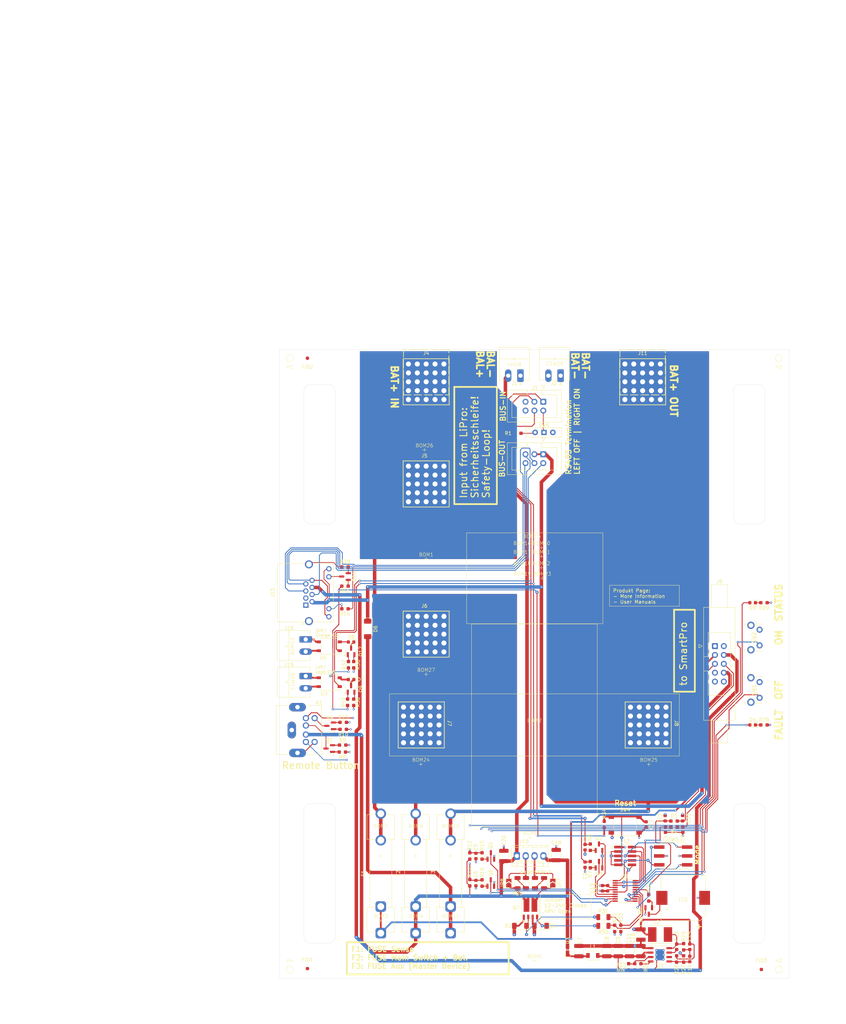
<source format=kicad_pcb>
(kicad_pcb
	(version 20241229)
	(generator "pcbnew")
	(generator_version "9.0")
	(general
		(thickness 1.627)
		(legacy_teardrops no)
	)
	(paper "A3" portrait)
	(layers
		(0 "F.Cu" signal)
		(4 "In1.Cu" signal)
		(6 "In2.Cu" signal)
		(8 "In3.Cu" signal)
		(10 "In4.Cu" signal)
		(2 "B.Cu" signal)
		(9 "F.Adhes" user "F.Adhesive")
		(11 "B.Adhes" user "B.Adhesive")
		(13 "F.Paste" user)
		(15 "B.Paste" user)
		(5 "F.SilkS" user "F.Silkscreen")
		(7 "B.SilkS" user "B.Silkscreen")
		(1 "F.Mask" user)
		(3 "B.Mask" user)
		(17 "Dwgs.User" user "User.Drawings")
		(19 "Cmts.User" user "User.Comments")
		(21 "Eco1.User" user "User.Eco1")
		(23 "Eco2.User" user "User.Eco2")
		(25 "Edge.Cuts" user)
		(27 "Margin" user)
		(31 "F.CrtYd" user "F.Courtyard")
		(29 "B.CrtYd" user "B.Courtyard")
		(35 "F.Fab" user)
		(33 "B.Fab" user)
		(39 "User.1" user)
		(41 "User.2" user)
		(43 "User.3" user)
		(45 "User.4" user)
		(47 "User.5" user)
		(49 "User.6" user)
		(51 "User.7" user)
		(53 "User.8" user)
		(55 "User.9" user)
	)
	(setup
		(stackup
			(layer "F.SilkS"
				(type "Top Silk Screen")
			)
			(layer "F.Paste"
				(type "Top Solder Paste")
			)
			(layer "F.Mask"
				(type "Top Solder Mask")
				(thickness 0.01)
			)
			(layer "F.Cu"
				(type "copper")
				(thickness 0.07)
			)
			(layer "dielectric 1"
				(type "prepreg")
				(thickness 0.1)
				(material "FR4")
				(epsilon_r 4.5)
				(loss_tangent 0.02)
			)
			(layer "In1.Cu"
				(type "copper")
				(thickness 0.07)
			)
			(layer "dielectric 2"
				(type "core")
				(thickness 0.4785)
				(material "FR4")
				(epsilon_r 4.5)
				(loss_tangent 0.02)
			)
			(layer "In2.Cu"
				(type "copper")
				(thickness 0.07)
			)
			(layer "dielectric 3"
				(type "prepreg")
				(thickness 0.1)
				(material "FR4")
				(epsilon_r 4.5)
				(loss_tangent 0.02)
			)
			(layer "In3.Cu"
				(type "copper")
				(thickness 0.035)
			)
			(layer "dielectric 4"
				(type "core")
				(thickness 0.4785)
				(material "FR4")
				(epsilon_r 4.5)
				(loss_tangent 0.02)
			)
			(layer "In4.Cu"
				(type "copper")
				(thickness 0.035)
			)
			(layer "dielectric 5"
				(type "prepreg")
				(thickness 0.1)
				(material "FR4")
				(epsilon_r 4.5)
				(loss_tangent 0.02)
			)
			(layer "B.Cu"
				(type "copper")
				(thickness 0.07)
			)
			(layer "B.Mask"
				(type "Bottom Solder Mask")
				(thickness 0.01)
			)
			(layer "B.Paste"
				(type "Bottom Solder Paste")
			)
			(layer "B.SilkS"
				(type "Bottom Silk Screen")
			)
			(copper_finish "None")
			(dielectric_constraints no)
		)
		(pad_to_mask_clearance 0)
		(allow_soldermask_bridges_in_footprints no)
		(tenting front back)
		(aux_axis_origin 100 120)
		(grid_origin 173 120)
		(pcbplotparams
			(layerselection 0x00000000_00000000_55555555_5755f5ff)
			(plot_on_all_layers_selection 0x00000000_00000000_00000000_00000000)
			(disableapertmacros no)
			(usegerberextensions no)
			(usegerberattributes yes)
			(usegerberadvancedattributes yes)
			(creategerberjobfile yes)
			(dashed_line_dash_ratio 12.000000)
			(dashed_line_gap_ratio 3.000000)
			(svgprecision 4)
			(plotframeref no)
			(mode 1)
			(useauxorigin no)
			(hpglpennumber 1)
			(hpglpenspeed 20)
			(hpglpendiameter 15.000000)
			(pdf_front_fp_property_popups yes)
			(pdf_back_fp_property_popups yes)
			(pdf_metadata yes)
			(pdf_single_document no)
			(dxfpolygonmode yes)
			(dxfimperialunits yes)
			(dxfusepcbnewfont yes)
			(psnegative no)
			(psa4output no)
			(plot_black_and_white yes)
			(plotinvisibletext no)
			(sketchpadsonfab no)
			(plotpadnumbers no)
			(hidednponfab no)
			(sketchdnponfab yes)
			(crossoutdnponfab yes)
			(subtractmaskfromsilk no)
			(outputformat 1)
			(mirror no)
			(drillshape 1)
			(scaleselection 1)
			(outputdirectory "")
		)
	)
	(net 0 "")
	(net 1 "GND")
	(net 2 "Net-(J10-Pin_3)")
	(net 3 "VCC")
	(net 4 "Net-(Q3-B)")
	(net 5 "/RESET")
	(net 6 "/SET")
	(net 7 "/Ub_FUSED")
	(net 8 "Net-(D3-K)")
	(net 9 "Net-(SW5-A)")
	(net 10 "/BMS_OK")
	(net 11 "Net-(U2-VIN)")
	(net 12 "Net-(U2-BST)")
	(net 13 "Net-(U2-SW)")
	(net 14 "Net-(C14-Pad1)")
	(net 15 "Net-(Q4-B)")
	(net 16 "Net-(U2-FB)")
	(net 17 "/B")
	(net 18 "/A")
	(net 19 "Net-(J10-Pin_2)")
	(net 20 "/BTN_ON")
	(net 21 "/BTN_OFF")
	(net 22 "/control/SWCLK")
	(net 23 "Net-(J12-~{RESET})")
	(net 24 "Net-(Q5-B)")
	(net 25 "/control/SWDIO")
	(net 26 "unconnected-(J12-KEY-Pad7)")
	(net 27 "Net-(JP8-A)")
	(net 28 "Net-(Q1-B)")
	(net 29 "/LVP")
	(net 30 "/OVP")
	(net 31 "Net-(Q2-B)")
	(net 32 "Net-(Q6-B)")
	(net 33 "/LED_ERROR")
	(net 34 "/LED_ON")
	(net 35 "Net-(U2-EN{slash}UVLO)")
	(net 36 "Net-(U2-RON)")
	(net 37 "/BMS_OK_PROTECTED")
	(net 38 "/control/R2")
	(net 39 "/control/R1")
	(net 40 "/control/BTN_OFF")
	(net 41 "/control/BTN_ON")
	(net 42 "Net-(BZ1--)")
	(net 43 "Net-(Q8-B)")
	(net 44 "Net-(U1-PA9{slash}PA11)")
	(net 45 "Net-(U1-PC14)")
	(net 46 "Net-(U1-PC15)")
	(net 47 "unconnected-(U2-PGOOD-Pad6)")
	(net 48 "/~{OC_FAULT}")
	(net 49 "/LVP_IN")
	(net 50 "/OVP_IN")
	(net 51 "Net-(D4-K)")
	(net 52 "Net-(D5-K)")
	(net 53 "/control/RELAIS_RESET")
	(net 54 "/control/RELAIS_SET")
	(net 55 "unconnected-(J3-Pin_5-Pad5)")
	(net 56 "unconnected-(J3-Pin_6-Pad6)")
	(net 57 "Net-(J13-Pad10)")
	(net 58 "Net-(Q14-C)")
	(net 59 "/BAT+_IN")
	(net 60 "Net-(J9-Pin_3)")
	(net 61 "/BAT+_SI")
	(net 62 "/BAT+_OUT")
	(net 63 "unconnected-(J9-Pin_7-Pad7)")
	(net 64 "/B_OUT")
	(net 65 "/A_OUT")
	(net 66 "/GND_OUT")
	(net 67 "/+5V_OUT")
	(net 68 "Net-(D6-A)")
	(net 69 "/~{OC_FAULT_PROTECTED}")
	(net 70 "/VCC_FROM_EASY_SWITCH")
	(net 71 "unconnected-(SW5-C-Pad2)")
	(net 72 "Net-(D7-A)")
	(net 73 "Net-(D8-A)")
	(net 74 "Net-(D6-K)")
	(net 75 "Net-(D7-K)")
	(net 76 "Net-(D8-K)")
	(net 77 "Net-(J15-Pin_2)")
	(net 78 "Net-(J15-Pin_1)")
	(net 79 "Net-(J16-Pin_1)")
	(net 80 "Net-(J16-Pin_2)")
	(net 81 "Net-(Q1-C)")
	(net 82 "Net-(Q4-C)")
	(net 83 "Net-(Q1-E)")
	(net 84 "Net-(Q4-E)")
	(net 85 "Net-(Q9-E)")
	(net 86 "Net-(Q12-E)")
	(net 87 "Net-(Q14-E)")
	(net 88 "Net-(Q9-B)")
	(net 89 "Net-(JP7-A)")
	(net 90 "Net-(R17-Pad1)")
	(net 91 "Net-(R19-Pad2)")
	(net 92 "Net-(Q12-B)")
	(net 93 "Net-(Q14-B)")
	(footprint "Package_SO:SO-4_4.4x4.3mm_P2.54mm" (layer "F.Cu") (at 114.25 215.25 180))
	(footprint "Capacitor_SMD:C_0603_1608Metric" (layer "F.Cu") (at 187.5 267.5 90))
	(footprint "Connector_IDC:IDC-Header_2x03_P2.54mm_Vertical" (layer "F.Cu") (at 175.54 150 -90))
	(footprint "Resistor_SMD:R_0603_1608Metric_Pad0.98x0.95mm_HandSolder" (layer "F.Cu") (at 168.25 144))
	(footprint "Capacitor_SMD:C_0603_1608Metric" (layer "F.Cu") (at 187.5 262.5 90))
	(footprint "LED_SMD:LED_0603_1608Metric" (layer "F.Cu") (at 120.5 203.75 180))
	(footprint "myPackage_SO:HSOP-8-1EP_3.9x4.9mm_P1.27mm_EP2.41x3.1mm_ThermalVias_0.3mm" (layer "F.Cu") (at 208.955 293.3))
	(footprint "Capacitor_SMD:C_0603_1608Metric" (layer "F.Cu") (at 156.25 272.75 90))
	(footprint "Fiducial:Fiducial_1mm_Mask3mm" (layer "F.Cu") (at 108 297.25))
	(footprint "Package_TO_SOT_SMD:SOT-23" (layer "F.Cu") (at 120.5 206.4375 90))
	(footprint "Resistor_SMD:R_1206_3216Metric" (layer "F.Cu") (at 170.57 272.775 -90))
	(footprint "myBOM:BOM_PART_2x2mm" (layer "F.Cu") (at 139 265))
	(footprint "myWürthSHFU:WP-SHFU_7461098_HAL_gewinkelt" (layer "F.Cu") (at 204 129.25))
	(footprint "Resistor_SMD:R_0603_1608Metric_Pad0.98x0.95mm_HandSolder" (layer "F.Cu") (at 197.75 285.75 -90))
	(footprint "Connector_Phoenix_MC:PhoenixContact_MC_1,5_2-G-3.5_1x02_P3.50mm_Horizontal" (layer "F.Cu") (at 169 127.5 180))
	(footprint "Connector_Phoenix_MC:PhoenixContact_MC_1,5_2-G-3.5_1x02_P3.50mm_Horizontal" (layer "F.Cu") (at 107.5 203 -90))
	(footprint "Capacitor_SMD:C_1210_3225Metric" (layer "F.Cu") (at 179.25 264.75 90))
	(footprint "Resistor_SMD:R_1206_3216Metric" (layer "F.Cu") (at 192.75 285 180))
	(footprint "Resistor_SMD:R_0603_1608Metric_Pad0.98x0.95mm_HandSolder" (layer "F.Cu") (at 238.75 192.5))
	(footprint "LED_SMD:LED_0603_1608Metric" (layer "F.Cu") (at 120.5 214.5 180))
	(footprint "Resistor_SMD:R_0603_1608Metric_Pad0.98x0.95mm_HandSolder" (layer "F.Cu") (at 118.75 182.25 180))
	(footprint "Resistor_SMD:R_0603_1608Metric_Pad0.98x0.95mm_HandSolder" (layer "F.Cu") (at 118.25 226.75))
	(footprint "myBOM:BOM_PART_2x2mm" (layer "F.Cu") (at 173 295))
	(footprint "Resistor_SMD:R_0603_1608Metric_Pad0.98x0.95mm_HandSolder" (layer "F.Cu") (at 200 296.75 -90))
	(footprint "Resistor_SMD:R_1206_3216Metric" (layer "F.Cu") (at 175.77 272.775 -90))
	(footprint "Connector_IDC:IDC-Header_2x05_P2.54mm_Latch6.5mm_Vertical" (layer "F.Cu") (at 224.71 204.92))
	(footprint "myBOM:BOM_PART_2x2mm" (layer "F.Cu") (at 142 213))
	(footprint "myBOM:BOM_PART_2x2mm" (layer "F.Cu") (at 167.25 122.75 180))
	(footprint "Capacitor_SMD:C_0603_1608Metric" (layer "F.Cu") (at 217.5 294.5 -90))
	(footprint "myBOM:BOM_PART_2x2mm" (layer "F.Cu") (at 175.25 185.5))
	(footprint "Resistor_SMD:R_0603_1608Metric_Pad0.98x0.95mm_HandSolder" (layer "F.Cu") (at 118 235.25 180))
	(footprint "Capacitor_SMD:C_0603_1608Metric" (layer "F.Cu") (at 156.25 265 90))
	(footprint "myHoles:printer_mounting_holes_1mm" (layer "F.Cu") (at 103 297.5))
	(footprint "Resistor_SMD:R_0603_1608Metric_Pad0.98x0.95mm_HandSolder" (layer "F.Cu") (at 118.75 187.75 180))
	(footprint "myWürthSHFU:WP-SHFU_7461098_HAL"
		(layer "F.Cu")
		(uuid "34660250-fc94-4cb6-a366-f6bfebcc8925")
		(at 142 158.5)
		(descr "WP-SHFU External thread, full plain\nDrill hole specification for HAL\nThread M6 , 25pins\nMax Height = 15.5mm")
		(property "Reference" "J5"
			(at -0.5 -7.5 0)
			(unlocked yes)
			(layer "F.SilkS")
			(uuid "b98c1c97-db84-4a6f-b632-be8166fe2593")
			(effects
				(font
					(size 1 1)
					(thickness 0.15)
				)
				(justify bottom)
			)
		)
		(property "Value" "Würth RedCube M6"
			(at -3.5 8.8 0)
			(unlocked yes)
			(layer "F.Fab")
			(uuid "b9c5fbcf-3a0d-45d1-a319-60c7f3986a6f")
			(effects
				(font
					(size 1.1684 1.1684)
					(thickness 0.1016)
				)
				(justify left bottom)
			)
		)
		(property "Datasheet" "https://www.lcsc.com/datasheet/lcsc_datasheet_2409261545_SAMZO-14580S0M5_C41416688.pdf"
			(at 0 0 0)
			(layer "F.Fab")
			(hide yes)
			(uuid "48bdedb9-93cd-4ddf-a42d-f5017451a656")
			(effects
				(font
					(size 1.27 1.27)
					(thickness 0.15)
				)
			)
		)
		(property "Description" "RED CUBE SCHRAUBTERMINAL WP-SHFU M6 BOLZEN 250 A"
			(at 0 0 0)
			(layer "F.Fab")
			(hide yes)
			(uuid "09440129-2c9e-4e38-847e-5b97ed260da6")
			(effects
				(font
					(size 1.27 1.27)
					(thickness 0.15)
				)
			)
		)
		(property "ECS Art#" "CON521"
			(at 0 0 0)
			(unlocked yes)
			(layer "F.Fab")
			
... [1304916 chars truncated]
</source>
